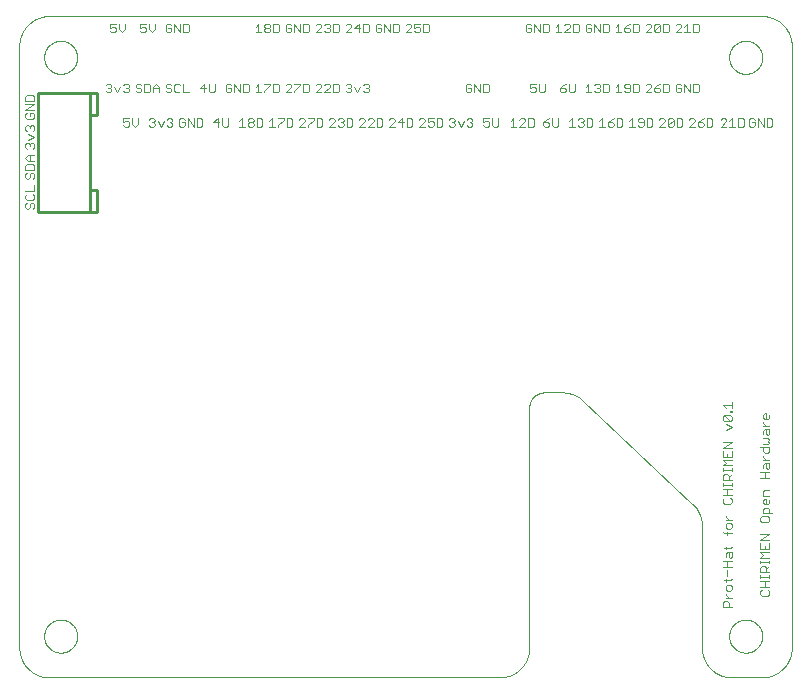
<source format=gto>
G75*
%MOIN*%
%OFA0B0*%
%FSLAX25Y25*%
%IPPOS*%
%LPD*%
%AMOC8*
5,1,8,0,0,1.08239X$1,22.5*
%
%ADD10C,0.00000*%
%ADD11C,0.00300*%
%ADD12C,0.00500*%
%ADD13C,0.01000*%
D10*
X0015000Y0022600D02*
X0165000Y0022600D01*
X0165242Y0022603D01*
X0165483Y0022612D01*
X0165724Y0022626D01*
X0165965Y0022647D01*
X0166205Y0022673D01*
X0166445Y0022705D01*
X0166684Y0022743D01*
X0166921Y0022786D01*
X0167158Y0022836D01*
X0167393Y0022891D01*
X0167627Y0022951D01*
X0167859Y0023018D01*
X0168090Y0023089D01*
X0168319Y0023167D01*
X0168546Y0023250D01*
X0168771Y0023338D01*
X0168994Y0023432D01*
X0169214Y0023531D01*
X0169432Y0023636D01*
X0169647Y0023745D01*
X0169860Y0023860D01*
X0170070Y0023980D01*
X0170276Y0024105D01*
X0170480Y0024235D01*
X0170681Y0024370D01*
X0170878Y0024510D01*
X0171072Y0024654D01*
X0171262Y0024803D01*
X0171448Y0024957D01*
X0171631Y0025115D01*
X0171810Y0025277D01*
X0171985Y0025444D01*
X0172156Y0025615D01*
X0172323Y0025790D01*
X0172485Y0025969D01*
X0172643Y0026152D01*
X0172797Y0026338D01*
X0172946Y0026528D01*
X0173090Y0026722D01*
X0173230Y0026919D01*
X0173365Y0027120D01*
X0173495Y0027324D01*
X0173620Y0027530D01*
X0173740Y0027740D01*
X0173855Y0027953D01*
X0173964Y0028168D01*
X0174069Y0028386D01*
X0174168Y0028606D01*
X0174262Y0028829D01*
X0174350Y0029054D01*
X0174433Y0029281D01*
X0174511Y0029510D01*
X0174582Y0029741D01*
X0174649Y0029973D01*
X0174709Y0030207D01*
X0174764Y0030442D01*
X0174814Y0030679D01*
X0174857Y0030916D01*
X0174895Y0031155D01*
X0174927Y0031395D01*
X0174953Y0031635D01*
X0174974Y0031876D01*
X0174988Y0032117D01*
X0174997Y0032358D01*
X0175000Y0032600D01*
X0175000Y0112600D01*
X0175002Y0112740D01*
X0175008Y0112880D01*
X0175018Y0113020D01*
X0175031Y0113160D01*
X0175049Y0113299D01*
X0175071Y0113438D01*
X0175096Y0113575D01*
X0175125Y0113713D01*
X0175158Y0113849D01*
X0175195Y0113984D01*
X0175236Y0114118D01*
X0175281Y0114251D01*
X0175329Y0114383D01*
X0175381Y0114513D01*
X0175436Y0114642D01*
X0175495Y0114769D01*
X0175558Y0114895D01*
X0175624Y0115019D01*
X0175693Y0115140D01*
X0175766Y0115260D01*
X0175843Y0115378D01*
X0175922Y0115493D01*
X0176005Y0115607D01*
X0176091Y0115717D01*
X0176180Y0115826D01*
X0176272Y0115932D01*
X0176367Y0116035D01*
X0176464Y0116136D01*
X0176565Y0116233D01*
X0176668Y0116328D01*
X0176774Y0116420D01*
X0176883Y0116509D01*
X0176993Y0116595D01*
X0177107Y0116678D01*
X0177222Y0116757D01*
X0177340Y0116834D01*
X0177460Y0116907D01*
X0177581Y0116976D01*
X0177705Y0117042D01*
X0177831Y0117105D01*
X0177958Y0117164D01*
X0178087Y0117219D01*
X0178217Y0117271D01*
X0178349Y0117319D01*
X0178482Y0117364D01*
X0178616Y0117405D01*
X0178751Y0117442D01*
X0178887Y0117475D01*
X0179025Y0117504D01*
X0179162Y0117529D01*
X0179301Y0117551D01*
X0179440Y0117569D01*
X0179580Y0117582D01*
X0179720Y0117592D01*
X0179860Y0117598D01*
X0180000Y0117600D01*
X0186034Y0117600D01*
X0192888Y0114882D02*
X0229354Y0080561D01*
X0232500Y0073279D02*
X0232500Y0032600D01*
X0232503Y0032358D01*
X0232512Y0032117D01*
X0232526Y0031876D01*
X0232547Y0031635D01*
X0232573Y0031395D01*
X0232605Y0031155D01*
X0232643Y0030916D01*
X0232686Y0030679D01*
X0232736Y0030442D01*
X0232791Y0030207D01*
X0232851Y0029973D01*
X0232918Y0029741D01*
X0232989Y0029510D01*
X0233067Y0029281D01*
X0233150Y0029054D01*
X0233238Y0028829D01*
X0233332Y0028606D01*
X0233431Y0028386D01*
X0233536Y0028168D01*
X0233645Y0027953D01*
X0233760Y0027740D01*
X0233880Y0027530D01*
X0234005Y0027324D01*
X0234135Y0027120D01*
X0234270Y0026919D01*
X0234410Y0026722D01*
X0234554Y0026528D01*
X0234703Y0026338D01*
X0234857Y0026152D01*
X0235015Y0025969D01*
X0235177Y0025790D01*
X0235344Y0025615D01*
X0235515Y0025444D01*
X0235690Y0025277D01*
X0235869Y0025115D01*
X0236052Y0024957D01*
X0236238Y0024803D01*
X0236428Y0024654D01*
X0236622Y0024510D01*
X0236819Y0024370D01*
X0237020Y0024235D01*
X0237224Y0024105D01*
X0237430Y0023980D01*
X0237640Y0023860D01*
X0237853Y0023745D01*
X0238068Y0023636D01*
X0238286Y0023531D01*
X0238506Y0023432D01*
X0238729Y0023338D01*
X0238954Y0023250D01*
X0239181Y0023167D01*
X0239410Y0023089D01*
X0239641Y0023018D01*
X0239873Y0022951D01*
X0240107Y0022891D01*
X0240342Y0022836D01*
X0240579Y0022786D01*
X0240816Y0022743D01*
X0241055Y0022705D01*
X0241295Y0022673D01*
X0241535Y0022647D01*
X0241776Y0022626D01*
X0242017Y0022612D01*
X0242258Y0022603D01*
X0242500Y0022600D01*
X0252421Y0022600D01*
X0252422Y0022600D02*
X0252664Y0022602D01*
X0252907Y0022610D01*
X0253149Y0022624D01*
X0253391Y0022643D01*
X0253632Y0022669D01*
X0253873Y0022700D01*
X0254112Y0022737D01*
X0254351Y0022780D01*
X0254589Y0022828D01*
X0254825Y0022882D01*
X0255060Y0022942D01*
X0255294Y0023008D01*
X0255526Y0023079D01*
X0255756Y0023156D01*
X0255984Y0023238D01*
X0256210Y0023326D01*
X0256434Y0023420D01*
X0256656Y0023518D01*
X0256875Y0023622D01*
X0257091Y0023732D01*
X0257305Y0023846D01*
X0257516Y0023966D01*
X0257724Y0024090D01*
X0257930Y0024220D01*
X0258131Y0024355D01*
X0258330Y0024494D01*
X0258525Y0024638D01*
X0258717Y0024787D01*
X0258904Y0024941D01*
X0259089Y0025099D01*
X0259269Y0025261D01*
X0259445Y0025428D01*
X0259617Y0025599D01*
X0259785Y0025774D01*
X0259949Y0025952D01*
X0260109Y0026135D01*
X0260263Y0026322D01*
X0260414Y0026512D01*
X0260560Y0026706D01*
X0260701Y0026904D01*
X0260837Y0027105D01*
X0260968Y0027309D01*
X0261094Y0027516D01*
X0261216Y0027726D01*
X0261332Y0027939D01*
X0261443Y0028155D01*
X0261548Y0028373D01*
X0261649Y0028594D01*
X0261744Y0028817D01*
X0261834Y0029042D01*
X0261918Y0029270D01*
X0261996Y0029499D01*
X0262069Y0029731D01*
X0262137Y0029964D01*
X0262199Y0030198D01*
X0262255Y0030434D01*
X0262305Y0030672D01*
X0262350Y0030910D01*
X0262389Y0031150D01*
X0262422Y0031390D01*
X0262449Y0031631D01*
X0262471Y0031873D01*
X0262486Y0032115D01*
X0262496Y0032357D01*
X0262500Y0032600D01*
X0262500Y0233100D01*
X0262496Y0233346D01*
X0262485Y0233592D01*
X0262469Y0233838D01*
X0262446Y0234083D01*
X0262418Y0234327D01*
X0262384Y0234571D01*
X0262343Y0234813D01*
X0262297Y0235055D01*
X0262245Y0235296D01*
X0262186Y0235535D01*
X0262123Y0235772D01*
X0262053Y0236008D01*
X0261977Y0236242D01*
X0261896Y0236475D01*
X0261809Y0236705D01*
X0261716Y0236933D01*
X0261618Y0237158D01*
X0261515Y0237382D01*
X0261405Y0237602D01*
X0261291Y0237820D01*
X0261171Y0238035D01*
X0261046Y0238247D01*
X0260916Y0238456D01*
X0260781Y0238661D01*
X0260640Y0238863D01*
X0260495Y0239062D01*
X0260345Y0239257D01*
X0260190Y0239448D01*
X0260031Y0239636D01*
X0259867Y0239819D01*
X0259699Y0239999D01*
X0259526Y0240174D01*
X0259349Y0240345D01*
X0259168Y0240511D01*
X0258982Y0240673D01*
X0258793Y0240831D01*
X0258600Y0240984D01*
X0258404Y0241132D01*
X0258204Y0241275D01*
X0258000Y0241413D01*
X0257793Y0241546D01*
X0257583Y0241674D01*
X0257369Y0241797D01*
X0257153Y0241914D01*
X0256934Y0242026D01*
X0256713Y0242133D01*
X0256488Y0242234D01*
X0256262Y0242330D01*
X0256033Y0242420D01*
X0255802Y0242505D01*
X0255568Y0242584D01*
X0255333Y0242657D01*
X0255097Y0242724D01*
X0254859Y0242785D01*
X0254619Y0242841D01*
X0254378Y0242891D01*
X0254136Y0242934D01*
X0253893Y0242972D01*
X0253649Y0243004D01*
X0253404Y0243030D01*
X0253159Y0243050D01*
X0252913Y0243063D01*
X0252667Y0243071D01*
X0252421Y0243073D01*
X0252421Y0243072D02*
X0015000Y0243072D01*
X0014758Y0243069D01*
X0014517Y0243060D01*
X0014276Y0243046D01*
X0014035Y0243025D01*
X0013795Y0242999D01*
X0013555Y0242967D01*
X0013316Y0242929D01*
X0013079Y0242886D01*
X0012842Y0242836D01*
X0012607Y0242781D01*
X0012373Y0242721D01*
X0012141Y0242654D01*
X0011910Y0242583D01*
X0011681Y0242505D01*
X0011454Y0242422D01*
X0011229Y0242334D01*
X0011006Y0242240D01*
X0010786Y0242141D01*
X0010568Y0242036D01*
X0010353Y0241927D01*
X0010140Y0241812D01*
X0009930Y0241692D01*
X0009724Y0241567D01*
X0009520Y0241437D01*
X0009319Y0241302D01*
X0009122Y0241162D01*
X0008928Y0241018D01*
X0008738Y0240869D01*
X0008552Y0240715D01*
X0008369Y0240557D01*
X0008190Y0240395D01*
X0008015Y0240228D01*
X0007844Y0240057D01*
X0007677Y0239882D01*
X0007515Y0239703D01*
X0007357Y0239520D01*
X0007203Y0239334D01*
X0007054Y0239144D01*
X0006910Y0238950D01*
X0006770Y0238753D01*
X0006635Y0238552D01*
X0006505Y0238348D01*
X0006380Y0238142D01*
X0006260Y0237932D01*
X0006145Y0237719D01*
X0006036Y0237504D01*
X0005931Y0237286D01*
X0005832Y0237066D01*
X0005738Y0236843D01*
X0005650Y0236618D01*
X0005567Y0236391D01*
X0005489Y0236162D01*
X0005418Y0235931D01*
X0005351Y0235699D01*
X0005291Y0235465D01*
X0005236Y0235230D01*
X0005186Y0234993D01*
X0005143Y0234756D01*
X0005105Y0234517D01*
X0005073Y0234277D01*
X0005047Y0234037D01*
X0005026Y0233796D01*
X0005012Y0233555D01*
X0005003Y0233314D01*
X0005000Y0233072D01*
X0005000Y0032600D01*
X0005003Y0032358D01*
X0005012Y0032117D01*
X0005026Y0031876D01*
X0005047Y0031635D01*
X0005073Y0031395D01*
X0005105Y0031155D01*
X0005143Y0030916D01*
X0005186Y0030679D01*
X0005236Y0030442D01*
X0005291Y0030207D01*
X0005351Y0029973D01*
X0005418Y0029741D01*
X0005489Y0029510D01*
X0005567Y0029281D01*
X0005650Y0029054D01*
X0005738Y0028829D01*
X0005832Y0028606D01*
X0005931Y0028386D01*
X0006036Y0028168D01*
X0006145Y0027953D01*
X0006260Y0027740D01*
X0006380Y0027530D01*
X0006505Y0027324D01*
X0006635Y0027120D01*
X0006770Y0026919D01*
X0006910Y0026722D01*
X0007054Y0026528D01*
X0007203Y0026338D01*
X0007357Y0026152D01*
X0007515Y0025969D01*
X0007677Y0025790D01*
X0007844Y0025615D01*
X0008015Y0025444D01*
X0008190Y0025277D01*
X0008369Y0025115D01*
X0008552Y0024957D01*
X0008738Y0024803D01*
X0008928Y0024654D01*
X0009122Y0024510D01*
X0009319Y0024370D01*
X0009520Y0024235D01*
X0009724Y0024105D01*
X0009930Y0023980D01*
X0010140Y0023860D01*
X0010353Y0023745D01*
X0010568Y0023636D01*
X0010786Y0023531D01*
X0011006Y0023432D01*
X0011229Y0023338D01*
X0011454Y0023250D01*
X0011681Y0023167D01*
X0011910Y0023089D01*
X0012141Y0023018D01*
X0012373Y0022951D01*
X0012607Y0022891D01*
X0012842Y0022836D01*
X0013079Y0022786D01*
X0013316Y0022743D01*
X0013555Y0022705D01*
X0013795Y0022673D01*
X0014035Y0022647D01*
X0014276Y0022626D01*
X0014517Y0022612D01*
X0014758Y0022603D01*
X0015000Y0022600D01*
X0013268Y0036380D02*
X0013270Y0036528D01*
X0013276Y0036676D01*
X0013286Y0036824D01*
X0013300Y0036971D01*
X0013318Y0037118D01*
X0013339Y0037264D01*
X0013365Y0037410D01*
X0013395Y0037555D01*
X0013428Y0037699D01*
X0013466Y0037842D01*
X0013507Y0037984D01*
X0013552Y0038125D01*
X0013600Y0038265D01*
X0013653Y0038404D01*
X0013709Y0038541D01*
X0013769Y0038676D01*
X0013832Y0038810D01*
X0013899Y0038942D01*
X0013970Y0039072D01*
X0014044Y0039200D01*
X0014121Y0039326D01*
X0014202Y0039450D01*
X0014286Y0039572D01*
X0014373Y0039691D01*
X0014464Y0039808D01*
X0014558Y0039923D01*
X0014654Y0040035D01*
X0014754Y0040145D01*
X0014856Y0040251D01*
X0014962Y0040355D01*
X0015070Y0040456D01*
X0015181Y0040554D01*
X0015294Y0040650D01*
X0015410Y0040742D01*
X0015528Y0040831D01*
X0015649Y0040916D01*
X0015772Y0040999D01*
X0015897Y0041078D01*
X0016024Y0041154D01*
X0016153Y0041226D01*
X0016284Y0041295D01*
X0016417Y0041360D01*
X0016552Y0041421D01*
X0016688Y0041479D01*
X0016825Y0041534D01*
X0016964Y0041584D01*
X0017105Y0041631D01*
X0017246Y0041674D01*
X0017389Y0041714D01*
X0017533Y0041749D01*
X0017677Y0041781D01*
X0017823Y0041808D01*
X0017969Y0041832D01*
X0018116Y0041852D01*
X0018263Y0041868D01*
X0018410Y0041880D01*
X0018558Y0041888D01*
X0018706Y0041892D01*
X0018854Y0041892D01*
X0019002Y0041888D01*
X0019150Y0041880D01*
X0019297Y0041868D01*
X0019444Y0041852D01*
X0019591Y0041832D01*
X0019737Y0041808D01*
X0019883Y0041781D01*
X0020027Y0041749D01*
X0020171Y0041714D01*
X0020314Y0041674D01*
X0020455Y0041631D01*
X0020596Y0041584D01*
X0020735Y0041534D01*
X0020872Y0041479D01*
X0021008Y0041421D01*
X0021143Y0041360D01*
X0021276Y0041295D01*
X0021407Y0041226D01*
X0021536Y0041154D01*
X0021663Y0041078D01*
X0021788Y0040999D01*
X0021911Y0040916D01*
X0022032Y0040831D01*
X0022150Y0040742D01*
X0022266Y0040650D01*
X0022379Y0040554D01*
X0022490Y0040456D01*
X0022598Y0040355D01*
X0022704Y0040251D01*
X0022806Y0040145D01*
X0022906Y0040035D01*
X0023002Y0039923D01*
X0023096Y0039808D01*
X0023187Y0039691D01*
X0023274Y0039572D01*
X0023358Y0039450D01*
X0023439Y0039326D01*
X0023516Y0039200D01*
X0023590Y0039072D01*
X0023661Y0038942D01*
X0023728Y0038810D01*
X0023791Y0038676D01*
X0023851Y0038541D01*
X0023907Y0038404D01*
X0023960Y0038265D01*
X0024008Y0038125D01*
X0024053Y0037984D01*
X0024094Y0037842D01*
X0024132Y0037699D01*
X0024165Y0037555D01*
X0024195Y0037410D01*
X0024221Y0037264D01*
X0024242Y0037118D01*
X0024260Y0036971D01*
X0024274Y0036824D01*
X0024284Y0036676D01*
X0024290Y0036528D01*
X0024292Y0036380D01*
X0024290Y0036232D01*
X0024284Y0036084D01*
X0024274Y0035936D01*
X0024260Y0035789D01*
X0024242Y0035642D01*
X0024221Y0035496D01*
X0024195Y0035350D01*
X0024165Y0035205D01*
X0024132Y0035061D01*
X0024094Y0034918D01*
X0024053Y0034776D01*
X0024008Y0034635D01*
X0023960Y0034495D01*
X0023907Y0034356D01*
X0023851Y0034219D01*
X0023791Y0034084D01*
X0023728Y0033950D01*
X0023661Y0033818D01*
X0023590Y0033688D01*
X0023516Y0033560D01*
X0023439Y0033434D01*
X0023358Y0033310D01*
X0023274Y0033188D01*
X0023187Y0033069D01*
X0023096Y0032952D01*
X0023002Y0032837D01*
X0022906Y0032725D01*
X0022806Y0032615D01*
X0022704Y0032509D01*
X0022598Y0032405D01*
X0022490Y0032304D01*
X0022379Y0032206D01*
X0022266Y0032110D01*
X0022150Y0032018D01*
X0022032Y0031929D01*
X0021911Y0031844D01*
X0021788Y0031761D01*
X0021663Y0031682D01*
X0021536Y0031606D01*
X0021407Y0031534D01*
X0021276Y0031465D01*
X0021143Y0031400D01*
X0021008Y0031339D01*
X0020872Y0031281D01*
X0020735Y0031226D01*
X0020596Y0031176D01*
X0020455Y0031129D01*
X0020314Y0031086D01*
X0020171Y0031046D01*
X0020027Y0031011D01*
X0019883Y0030979D01*
X0019737Y0030952D01*
X0019591Y0030928D01*
X0019444Y0030908D01*
X0019297Y0030892D01*
X0019150Y0030880D01*
X0019002Y0030872D01*
X0018854Y0030868D01*
X0018706Y0030868D01*
X0018558Y0030872D01*
X0018410Y0030880D01*
X0018263Y0030892D01*
X0018116Y0030908D01*
X0017969Y0030928D01*
X0017823Y0030952D01*
X0017677Y0030979D01*
X0017533Y0031011D01*
X0017389Y0031046D01*
X0017246Y0031086D01*
X0017105Y0031129D01*
X0016964Y0031176D01*
X0016825Y0031226D01*
X0016688Y0031281D01*
X0016552Y0031339D01*
X0016417Y0031400D01*
X0016284Y0031465D01*
X0016153Y0031534D01*
X0016024Y0031606D01*
X0015897Y0031682D01*
X0015772Y0031761D01*
X0015649Y0031844D01*
X0015528Y0031929D01*
X0015410Y0032018D01*
X0015294Y0032110D01*
X0015181Y0032206D01*
X0015070Y0032304D01*
X0014962Y0032405D01*
X0014856Y0032509D01*
X0014754Y0032615D01*
X0014654Y0032725D01*
X0014558Y0032837D01*
X0014464Y0032952D01*
X0014373Y0033069D01*
X0014286Y0033188D01*
X0014202Y0033310D01*
X0014121Y0033434D01*
X0014044Y0033560D01*
X0013970Y0033688D01*
X0013899Y0033818D01*
X0013832Y0033950D01*
X0013769Y0034084D01*
X0013709Y0034219D01*
X0013653Y0034356D01*
X0013600Y0034495D01*
X0013552Y0034635D01*
X0013507Y0034776D01*
X0013466Y0034918D01*
X0013428Y0035061D01*
X0013395Y0035205D01*
X0013365Y0035350D01*
X0013339Y0035496D01*
X0013318Y0035642D01*
X0013300Y0035789D01*
X0013286Y0035936D01*
X0013276Y0036084D01*
X0013270Y0036232D01*
X0013268Y0036380D01*
X0186034Y0117600D02*
X0186278Y0117597D01*
X0186521Y0117588D01*
X0186764Y0117573D01*
X0187007Y0117553D01*
X0187249Y0117526D01*
X0187490Y0117493D01*
X0187731Y0117455D01*
X0187970Y0117411D01*
X0188209Y0117361D01*
X0188446Y0117305D01*
X0188681Y0117243D01*
X0188916Y0117176D01*
X0189148Y0117103D01*
X0189378Y0117024D01*
X0189607Y0116940D01*
X0189833Y0116850D01*
X0190058Y0116755D01*
X0190279Y0116654D01*
X0190499Y0116548D01*
X0190715Y0116437D01*
X0190929Y0116320D01*
X0191140Y0116198D01*
X0191348Y0116071D01*
X0191553Y0115939D01*
X0191754Y0115802D01*
X0191952Y0115661D01*
X0192147Y0115514D01*
X0192338Y0115363D01*
X0192525Y0115207D01*
X0192708Y0115047D01*
X0192888Y0114882D01*
X0229354Y0080561D02*
X0229526Y0080395D01*
X0229695Y0080224D01*
X0229860Y0080049D01*
X0230020Y0079871D01*
X0230176Y0079689D01*
X0230327Y0079503D01*
X0230474Y0079313D01*
X0230617Y0079120D01*
X0230755Y0078924D01*
X0230888Y0078724D01*
X0231016Y0078521D01*
X0231139Y0078315D01*
X0231257Y0078107D01*
X0231371Y0077895D01*
X0231479Y0077681D01*
X0231582Y0077464D01*
X0231680Y0077245D01*
X0231772Y0077024D01*
X0231859Y0076800D01*
X0231941Y0076575D01*
X0232018Y0076348D01*
X0232088Y0076118D01*
X0232154Y0075887D01*
X0232214Y0075655D01*
X0232268Y0075421D01*
X0232316Y0075187D01*
X0232359Y0074950D01*
X0232397Y0074713D01*
X0232428Y0074476D01*
X0232454Y0074237D01*
X0232474Y0073998D01*
X0232488Y0073759D01*
X0232497Y0073519D01*
X0232500Y0073279D01*
X0241614Y0036380D02*
X0241616Y0036528D01*
X0241622Y0036676D01*
X0241632Y0036824D01*
X0241646Y0036971D01*
X0241664Y0037118D01*
X0241685Y0037264D01*
X0241711Y0037410D01*
X0241741Y0037555D01*
X0241774Y0037699D01*
X0241812Y0037842D01*
X0241853Y0037984D01*
X0241898Y0038125D01*
X0241946Y0038265D01*
X0241999Y0038404D01*
X0242055Y0038541D01*
X0242115Y0038676D01*
X0242178Y0038810D01*
X0242245Y0038942D01*
X0242316Y0039072D01*
X0242390Y0039200D01*
X0242467Y0039326D01*
X0242548Y0039450D01*
X0242632Y0039572D01*
X0242719Y0039691D01*
X0242810Y0039808D01*
X0242904Y0039923D01*
X0243000Y0040035D01*
X0243100Y0040145D01*
X0243202Y0040251D01*
X0243308Y0040355D01*
X0243416Y0040456D01*
X0243527Y0040554D01*
X0243640Y0040650D01*
X0243756Y0040742D01*
X0243874Y0040831D01*
X0243995Y0040916D01*
X0244118Y0040999D01*
X0244243Y0041078D01*
X0244370Y0041154D01*
X0244499Y0041226D01*
X0244630Y0041295D01*
X0244763Y0041360D01*
X0244898Y0041421D01*
X0245034Y0041479D01*
X0245171Y0041534D01*
X0245310Y0041584D01*
X0245451Y0041631D01*
X0245592Y0041674D01*
X0245735Y0041714D01*
X0245879Y0041749D01*
X0246023Y0041781D01*
X0246169Y0041808D01*
X0246315Y0041832D01*
X0246462Y0041852D01*
X0246609Y0041868D01*
X0246756Y0041880D01*
X0246904Y0041888D01*
X0247052Y0041892D01*
X0247200Y0041892D01*
X0247348Y0041888D01*
X0247496Y0041880D01*
X0247643Y0041868D01*
X0247790Y0041852D01*
X0247937Y0041832D01*
X0248083Y0041808D01*
X0248229Y0041781D01*
X0248373Y0041749D01*
X0248517Y0041714D01*
X0248660Y0041674D01*
X0248801Y0041631D01*
X0248942Y0041584D01*
X0249081Y0041534D01*
X0249218Y0041479D01*
X0249354Y0041421D01*
X0249489Y0041360D01*
X0249622Y0041295D01*
X0249753Y0041226D01*
X0249882Y0041154D01*
X0250009Y0041078D01*
X0250134Y0040999D01*
X0250257Y0040916D01*
X0250378Y0040831D01*
X0250496Y0040742D01*
X0250612Y0040650D01*
X0250725Y0040554D01*
X0250836Y0040456D01*
X0250944Y0040355D01*
X0251050Y0040251D01*
X0251152Y0040145D01*
X0251252Y0040035D01*
X0251348Y0039923D01*
X0251442Y0039808D01*
X0251533Y0039691D01*
X0251620Y0039572D01*
X0251704Y0039450D01*
X0251785Y0039326D01*
X0251862Y0039200D01*
X0251936Y0039072D01*
X0252007Y0038942D01*
X0252074Y0038810D01*
X0252137Y0038676D01*
X0252197Y0038541D01*
X0252253Y0038404D01*
X0252306Y0038265D01*
X0252354Y0038125D01*
X0252399Y0037984D01*
X0252440Y0037842D01*
X0252478Y0037699D01*
X0252511Y0037555D01*
X0252541Y0037410D01*
X0252567Y0037264D01*
X0252588Y0037118D01*
X0252606Y0036971D01*
X0252620Y0036824D01*
X0252630Y0036676D01*
X0252636Y0036528D01*
X0252638Y0036380D01*
X0252636Y0036232D01*
X0252630Y0036084D01*
X0252620Y0035936D01*
X0252606Y0035789D01*
X0252588Y0035642D01*
X0252567Y0035496D01*
X0252541Y0035350D01*
X0252511Y0035205D01*
X0252478Y0035061D01*
X0252440Y0034918D01*
X0252399Y0034776D01*
X0252354Y0034635D01*
X0252306Y0034495D01*
X0252253Y0034356D01*
X0252197Y0034219D01*
X0252137Y0034084D01*
X0252074Y0033950D01*
X0252007Y0033818D01*
X0251936Y0033688D01*
X0251862Y0033560D01*
X0251785Y0033434D01*
X0251704Y0033310D01*
X0251620Y0033188D01*
X0251533Y0033069D01*
X0251442Y0032952D01*
X0251348Y0032837D01*
X0251252Y0032725D01*
X0251152Y0032615D01*
X0251050Y0032509D01*
X0250944Y0032405D01*
X0250836Y0032304D01*
X0250725Y0032206D01*
X0250612Y0032110D01*
X0250496Y0032018D01*
X0250378Y0031929D01*
X0250257Y0031844D01*
X0250134Y0031761D01*
X0250009Y0031682D01*
X0249882Y0031606D01*
X0249753Y0031534D01*
X0249622Y0031465D01*
X0249489Y0031400D01*
X0249354Y0031339D01*
X0249218Y0031281D01*
X0249081Y0031226D01*
X0248942Y0031176D01*
X0248801Y0031129D01*
X0248660Y0031086D01*
X0248517Y0031046D01*
X0248373Y0031011D01*
X0248229Y0030979D01*
X0248083Y0030952D01*
X0247937Y0030928D01*
X0247790Y0030908D01*
X0247643Y0030892D01*
X0247496Y0030880D01*
X0247348Y0030872D01*
X0247200Y0030868D01*
X0247052Y0030868D01*
X0246904Y0030872D01*
X0246756Y0030880D01*
X0246609Y0030892D01*
X0246462Y0030908D01*
X0246315Y0030928D01*
X0246169Y0030952D01*
X0246023Y0030979D01*
X0245879Y0031011D01*
X0245735Y0031046D01*
X0245592Y0031086D01*
X0245451Y0031129D01*
X0245310Y0031176D01*
X0245171Y0031226D01*
X0245034Y0031281D01*
X0244898Y0031339D01*
X0244763Y0031400D01*
X0244630Y0031465D01*
X0244499Y0031534D01*
X0244370Y0031606D01*
X0244243Y0031682D01*
X0244118Y0031761D01*
X0243995Y0031844D01*
X0243874Y0031929D01*
X0243756Y0032018D01*
X0243640Y0032110D01*
X0243527Y0032206D01*
X0243416Y0032304D01*
X0243308Y0032405D01*
X0243202Y0032509D01*
X0243100Y0032615D01*
X0243000Y0032725D01*
X0242904Y0032837D01*
X0242810Y0032952D01*
X0242719Y0033069D01*
X0242632Y0033188D01*
X0242548Y0033310D01*
X0242467Y0033434D01*
X0242390Y0033560D01*
X0242316Y0033688D01*
X0242245Y0033818D01*
X0242178Y0033950D01*
X0242115Y0034084D01*
X0242055Y0034219D01*
X0241999Y0034356D01*
X0241946Y0034495D01*
X0241898Y0034635D01*
X0241853Y0034776D01*
X0241812Y0034918D01*
X0241774Y0035061D01*
X0241741Y0035205D01*
X0241711Y0035350D01*
X0241685Y0035496D01*
X0241664Y0035642D01*
X0241646Y0035789D01*
X0241632Y0035936D01*
X0241622Y0036084D01*
X0241616Y0036232D01*
X0241614Y0036380D01*
X0241614Y0229293D02*
X0241616Y0229441D01*
X0241622Y0229589D01*
X0241632Y0229737D01*
X0241646Y0229884D01*
X0241664Y0230031D01*
X0241685Y0230177D01*
X0241711Y0230323D01*
X0241741Y0230468D01*
X0241774Y0230612D01*
X0241812Y0230755D01*
X0241853Y0230897D01*
X0241898Y0231038D01*
X0241946Y0231178D01*
X0241999Y0231317D01*
X0242055Y0231454D01*
X0242115Y0231589D01*
X0242178Y0231723D01*
X0242245Y0231855D01*
X0242316Y0231985D01*
X0242390Y0232113D01*
X0242467Y0232239D01*
X0242548Y0232363D01*
X0242632Y0232485D01*
X0242719Y0232604D01*
X0242810Y0232721D01*
X0242904Y0232836D01*
X0243000Y0232948D01*
X0243100Y0233058D01*
X0243202Y0233164D01*
X0243308Y0233268D01*
X0243416Y0233369D01*
X0243527Y0233467D01*
X0243640Y0233563D01*
X0243756Y0233655D01*
X0243874Y0233744D01*
X0243995Y0233829D01*
X0244118Y0233912D01*
X0244243Y0233991D01*
X0244370Y0234067D01*
X0244499Y0234139D01*
X0244630Y0234208D01*
X0244763Y0234273D01*
X0244898Y0234334D01*
X0245034Y0234392D01*
X0245171Y0234447D01*
X0245310Y0234497D01*
X0245451Y0234544D01*
X0245592Y0234587D01*
X0245735Y0234627D01*
X0245879Y0234662D01*
X0246023Y0234694D01*
X0246169Y0234721D01*
X0246315Y0234745D01*
X0246462Y0234765D01*
X0246609Y0234781D01*
X0246756Y0234793D01*
X0246904Y0234801D01*
X0247052Y0234805D01*
X0247200Y0234805D01*
X0247348Y0234801D01*
X0247496Y0234793D01*
X0247643Y0234781D01*
X0247790Y0234765D01*
X0247937Y0234745D01*
X0248083Y0234721D01*
X0248229Y0234694D01*
X0248373Y0234662D01*
X0248517Y0234627D01*
X0248660Y0234587D01*
X0248801Y0234544D01*
X0248942Y0234497D01*
X0249081Y0234447D01*
X0249218Y0234392D01*
X0249354Y0234334D01*
X0249489Y0234273D01*
X0249622Y0234208D01*
X0249753Y0234139D01*
X0249882Y0234067D01*
X0250009Y0233991D01*
X0250134Y0233912D01*
X0250257Y0233829D01*
X0250378Y0233744D01*
X0250496Y0233655D01*
X0250612Y0233563D01*
X0250725Y0233467D01*
X0250836Y0233369D01*
X0250944Y0233268D01*
X0251050Y0233164D01*
X0251152Y0233058D01*
X0251252Y0232948D01*
X0251348Y0232836D01*
X0251442Y0232721D01*
X0251533Y0232604D01*
X0251620Y0232485D01*
X0251704Y0232363D01*
X0251785Y0232239D01*
X0251862Y0232113D01*
X0251936Y0231985D01*
X0252007Y0231855D01*
X0252074Y0231723D01*
X0252137Y0231589D01*
X0252197Y0231454D01*
X0252253Y0231317D01*
X0252306Y0231178D01*
X0252354Y0231038D01*
X0252399Y0230897D01*
X0252440Y0230755D01*
X0252478Y0230612D01*
X0252511Y0230468D01*
X0252541Y0230323D01*
X0252567Y0230177D01*
X0252588Y0230031D01*
X0252606Y0229884D01*
X0252620Y0229737D01*
X0252630Y0229589D01*
X0252636Y0229441D01*
X0252638Y0229293D01*
X0252636Y0229145D01*
X0252630Y0228997D01*
X0252620Y0228849D01*
X0252606Y0228702D01*
X0252588Y0228555D01*
X0252567Y0228409D01*
X0252541Y0228263D01*
X0252511Y0228118D01*
X0252478Y0227974D01*
X0252440Y0227831D01*
X0252399Y0227689D01*
X0252354Y0227548D01*
X0252306Y0227408D01*
X0252253Y0227269D01*
X0252197Y0227132D01*
X0252137Y0226997D01*
X0252074Y0226863D01*
X0252007Y0226731D01*
X0251936Y0226601D01*
X0251862Y0226473D01*
X0251785Y0226347D01*
X0251704Y0226223D01*
X0251620Y0226101D01*
X0251533Y0225982D01*
X0251442Y0225865D01*
X0251348Y0225750D01*
X0251252Y0225638D01*
X0251152Y0225528D01*
X0251050Y0225422D01*
X0250944Y0225318D01*
X0250836Y0225217D01*
X0250725Y0225119D01*
X0250612Y0225023D01*
X0250496Y0224931D01*
X0250378Y0224842D01*
X0250257Y0224757D01*
X0250134Y0224674D01*
X0250009Y0224595D01*
X0249882Y0224519D01*
X0249753Y0224447D01*
X0249622Y0224378D01*
X0249489Y0224313D01*
X0249354Y0224252D01*
X0249218Y0224194D01*
X0249081Y0224139D01*
X0248942Y0224089D01*
X0248801Y0224042D01*
X0248660Y0223999D01*
X0248517Y0223959D01*
X0248373Y0223924D01*
X0248229Y0223892D01*
X0248083Y0223865D01*
X0247937Y0223841D01*
X0247790Y0223821D01*
X0247643Y0223805D01*
X0247496Y0223793D01*
X0247348Y0223785D01*
X0247200Y0223781D01*
X0247052Y0223781D01*
X0246904Y0223785D01*
X0246756Y0223793D01*
X0246609Y0223805D01*
X0246462Y0223821D01*
X0246315Y0223841D01*
X0246169Y0223865D01*
X0246023Y0223892D01*
X0245879Y0223924D01*
X0245735Y0223959D01*
X0245592Y0223999D01*
X0245451Y0224042D01*
X0245310Y0224089D01*
X0245171Y0224139D01*
X0245034Y0224194D01*
X0244898Y0224252D01*
X0244763Y0224313D01*
X0244630Y0224378D01*
X0244499Y0224447D01*
X0244370Y0224519D01*
X0244243Y0224595D01*
X0244118Y0224674D01*
X0243995Y0224757D01*
X0243874Y0224842D01*
X0243756Y0224931D01*
X0243640Y0225023D01*
X0243527Y0225119D01*
X0243416Y0225217D01*
X0243308Y0225318D01*
X0243202Y0225422D01*
X0243100Y0225528D01*
X0243000Y0225638D01*
X0242904Y0225750D01*
X0242810Y0225865D01*
X0242719Y0225982D01*
X0242632Y0226101D01*
X0242548Y0226223D01*
X0242467Y0226347D01*
X0242390Y0226473D01*
X0242316Y0226601D01*
X0242245Y0226731D01*
X0242178Y0226863D01*
X0242115Y0226997D01*
X0242055Y0227132D01*
X0241999Y0227269D01*
X0241946Y0227408D01*
X0241898Y0227548D01*
X0241853Y0227689D01*
X0241812Y0227831D01*
X0241774Y0227974D01*
X0241741Y0228118D01*
X0241711Y0228263D01*
X0241685Y0228409D01*
X0241664Y0228555D01*
X0241646Y0228702D01*
X0241632Y0228849D01*
X0241622Y0228997D01*
X0241616Y0229145D01*
X0241614Y0229293D01*
X0013268Y0229293D02*
X0013270Y0229441D01*
X0013276Y0229589D01*
X0013286Y0229737D01*
X0013300Y0229884D01*
X0013318Y0230031D01*
X0013339Y0230177D01*
X0013365Y0230323D01*
X0013395Y0230468D01*
X0013428Y0230612D01*
X0013466Y0230755D01*
X0013507Y0230897D01*
X0013552Y0231038D01*
X0013600Y0231178D01*
X0013653Y0231317D01*
X0013709Y0231454D01*
X0013769Y0231589D01*
X0013832Y0231723D01*
X0013899Y0231855D01*
X0013970Y0231985D01*
X0014044Y0232113D01*
X0014121Y0232239D01*
X0014202Y0232363D01*
X0014286Y0232485D01*
X0014373Y0232604D01*
X0014464Y0232721D01*
X0014558Y0232836D01*
X0014654Y0232948D01*
X0014754Y0233058D01*
X0014856Y0233164D01*
X0014962Y0233268D01*
X0015070Y0233369D01*
X0015181Y0233467D01*
X0015294Y0233563D01*
X0015410Y0233655D01*
X0015528Y0233744D01*
X0015649Y0233829D01*
X0015772Y0233912D01*
X0015897Y0233991D01*
X0016024Y0234067D01*
X0016153Y0234139D01*
X0016284Y0234208D01*
X0016417Y0234273D01*
X0016552Y0234334D01*
X0016688Y0234392D01*
X0016825Y0234447D01*
X0016964Y0234497D01*
X0017105Y0234544D01*
X0017246Y0234587D01*
X0017389Y0234627D01*
X0017533Y0234662D01*
X0017677Y0234694D01*
X0017823Y0234721D01*
X0017969Y0234745D01*
X0018116Y0234765D01*
X0018263Y0234781D01*
X0018410Y0234793D01*
X0018558Y0234801D01*
X0018706Y0234805D01*
X0018854Y0234805D01*
X0019002Y0234801D01*
X0019150Y0234793D01*
X0019297Y0234781D01*
X0019444Y0234765D01*
X0019591Y0234745D01*
X0019737Y0234721D01*
X0019883Y0234694D01*
X0020027Y0234662D01*
X0020171Y0234627D01*
X0020314Y0234587D01*
X0020455Y0234544D01*
X0020596Y0234497D01*
X0020735Y0234447D01*
X0020872Y0234392D01*
X0021008Y0234334D01*
X0021143Y0234273D01*
X0021276Y0234208D01*
X0021407Y0234139D01*
X0021536Y0234067D01*
X0021663Y0233991D01*
X0021788Y0233912D01*
X0021911Y0233829D01*
X0022032Y0233744D01*
X0022150Y0233655D01*
X0022266Y0233563D01*
X0022379Y0233467D01*
X0022490Y0233369D01*
X0022598Y0233268D01*
X0022704Y0233164D01*
X0022806Y0233058D01*
X0022906Y0232948D01*
X0023002Y0232836D01*
X0023096Y0232721D01*
X0023187Y0232604D01*
X0023274Y0232485D01*
X0023358Y0232363D01*
X0023439Y0232239D01*
X0023516Y0232113D01*
X0023590Y0231985D01*
X0023661Y0231855D01*
X0023728Y0231723D01*
X0023791Y0231589D01*
X0023851Y0231454D01*
X0023907Y0231317D01*
X0023960Y0231178D01*
X0024008Y0231038D01*
X0024053Y0230897D01*
X0024094Y0230755D01*
X0024132Y0230612D01*
X0024165Y0230468D01*
X0024195Y0230323D01*
X0024221Y0230177D01*
X0024242Y0230031D01*
X0024260Y0229884D01*
X0024274Y0229737D01*
X0024284Y0229589D01*
X0024290Y0229441D01*
X0024292Y0229293D01*
X0024290Y0229145D01*
X0024284Y0228997D01*
X0024274Y0228849D01*
X0024260Y0228702D01*
X0024242Y0228555D01*
X0024221Y0228409D01*
X0024195Y0228263D01*
X0024165Y0228118D01*
X0024132Y0227974D01*
X0024094Y0227831D01*
X0024053Y0227689D01*
X0024008Y0227548D01*
X0023960Y0227408D01*
X0023907Y0227269D01*
X0023851Y0227132D01*
X0023791Y0226997D01*
X0023728Y0226863D01*
X0023661Y0226731D01*
X0023590Y0226601D01*
X0023516Y0226473D01*
X0023439Y0226347D01*
X0023358Y0226223D01*
X0023274Y0226101D01*
X0023187Y0225982D01*
X0023096Y0225865D01*
X0023002Y0225750D01*
X0022906Y0225638D01*
X0022806Y0225528D01*
X0022704Y0225422D01*
X0022598Y0225318D01*
X0022490Y0225217D01*
X0022379Y0225119D01*
X0022266Y0225023D01*
X0022150Y0224931D01*
X0022032Y0224842D01*
X0021911Y0224757D01*
X0021788Y0224674D01*
X0021663Y0224595D01*
X0021536Y0224519D01*
X0021407Y0224447D01*
X0021276Y0224378D01*
X0021143Y0224313D01*
X0021008Y0224252D01*
X0020872Y0224194D01*
X0020735Y0224139D01*
X0020596Y0224089D01*
X0020455Y0224042D01*
X0020314Y0223999D01*
X0020171Y0223959D01*
X0020027Y0223924D01*
X0019883Y0223892D01*
X0019737Y0223865D01*
X0019591Y0223841D01*
X0019444Y0223821D01*
X0019297Y0223805D01*
X0019150Y0223793D01*
X0019002Y0223785D01*
X0018854Y0223781D01*
X0018706Y0223781D01*
X0018558Y0223785D01*
X0018410Y0223793D01*
X0018263Y0223805D01*
X0018116Y0223821D01*
X0017969Y0223841D01*
X0017823Y0223865D01*
X0017677Y0223892D01*
X0017533Y0223924D01*
X0017389Y0223959D01*
X0017246Y0223999D01*
X0017105Y0224042D01*
X0016964Y0224089D01*
X0016825Y0224139D01*
X0016688Y0224194D01*
X0016552Y0224252D01*
X0016417Y0224313D01*
X0016284Y0224378D01*
X0016153Y0224447D01*
X0016024Y0224519D01*
X0015897Y0224595D01*
X0015772Y0224674D01*
X0015649Y0224757D01*
X0015528Y0224842D01*
X0015410Y0224931D01*
X0015294Y0225023D01*
X0015181Y0225119D01*
X0015070Y0225217D01*
X0014962Y0225318D01*
X0014856Y0225422D01*
X0014754Y0225528D01*
X0014654Y0225638D01*
X0014558Y0225750D01*
X0014464Y0225865D01*
X0014373Y0225982D01*
X0014286Y0226101D01*
X0014202Y0226223D01*
X0014121Y0226347D01*
X0014044Y0226473D01*
X0013970Y0226601D01*
X0013899Y0226731D01*
X0013832Y0226863D01*
X0013769Y0226997D01*
X0013709Y0227132D01*
X0013653Y0227269D01*
X0013600Y0227408D01*
X0013552Y0227548D01*
X0013507Y0227689D01*
X0013466Y0227831D01*
X0013428Y0227974D01*
X0013395Y0228118D01*
X0013365Y0228263D01*
X0013339Y0228409D01*
X0013318Y0228555D01*
X0013300Y0228702D01*
X0013286Y0228849D01*
X0013276Y0228997D01*
X0013270Y0229145D01*
X0013268Y0229293D01*
D11*
X0009466Y0216658D02*
X0007531Y0216658D01*
X0007048Y0216174D01*
X0007048Y0214723D01*
X0009950Y0214723D01*
X0009950Y0216174D01*
X0009466Y0216658D01*
X0009950Y0213712D02*
X0007048Y0213712D01*
X0007048Y0211777D02*
X0009950Y0213712D01*
X0009950Y0211777D02*
X0007048Y0211777D01*
X0007531Y0210765D02*
X0007048Y0210281D01*
X0007048Y0209314D01*
X0007531Y0208830D01*
X0009466Y0208830D01*
X0009950Y0209314D01*
X0009950Y0210281D01*
X0009466Y0210765D01*
X0008499Y0210765D01*
X0008499Y0209798D01*
X0008983Y0206658D02*
X0009466Y0206658D01*
X0009950Y0206174D01*
X0009950Y0205207D01*
X0009466Y0204723D01*
X0008499Y0205691D02*
X0008499Y0206174D01*
X0008983Y0206658D01*
X0008499Y0206174D02*
X0008015Y0206658D01*
X0007531Y0206658D01*
X0007048Y0206174D01*
X0007048Y0205207D01*
X0007531Y0204723D01*
X0008015Y0203712D02*
X0009950Y0202744D01*
X0008015Y0201777D01*
X0008015Y0200765D02*
X0008499Y0200281D01*
X0008983Y0200765D01*
X0009466Y0200765D01*
X0009950Y0200281D01*
X0009950Y0199314D01*
X0009466Y0198830D01*
X0008499Y0199798D02*
X0008499Y0200281D01*
X0008015Y0200765D02*
X0007531Y0200765D01*
X0007048Y0200281D01*
X0007048Y0199314D01*
X0007531Y0198830D01*
X0008015Y0196658D02*
X0009950Y0196658D01*
X0008499Y0196658D02*
X0008499Y0194723D01*
X0008015Y0194723D02*
X0007048Y0195691D01*
X0008015Y0196658D01*
X0008015Y0194723D02*
X0009950Y0194723D01*
X0009466Y0193712D02*
X0007531Y0193712D01*
X0007048Y0193228D01*
X0007048Y0191777D01*
X0009950Y0191777D01*
X0009950Y0193228D01*
X0009466Y0193712D01*
X0009466Y0190765D02*
X0009950Y0190281D01*
X0009950Y0189314D01*
X0009466Y0188830D01*
X0008499Y0189314D02*
X0008499Y0190281D01*
X0008983Y0190765D01*
X0009466Y0190765D01*
X0008499Y0189314D02*
X0008015Y0188830D01*
X0007531Y0188830D01*
X0007048Y0189314D01*
X0007048Y0190281D01*
X0007531Y0190765D01*
X0009950Y0186658D02*
X0009950Y0184723D01*
X0007048Y0184723D01*
X0007531Y0183712D02*
X0007048Y0183228D01*
X0007048Y0182260D01*
X0007531Y0181777D01*
X0009466Y0181777D01*
X0009950Y0182260D01*
X0009950Y0183228D01*
X0009466Y0183712D01*
X0009466Y0180765D02*
X0009950Y0180281D01*
X0009950Y0179314D01*
X0009466Y0178830D01*
X0008499Y0179314D02*
X0008499Y0180281D01*
X0008983Y0180765D01*
X0009466Y0180765D01*
X0008499Y0179314D02*
X0008015Y0178830D01*
X0007531Y0178830D01*
X0007048Y0179314D01*
X0007048Y0180281D01*
X0007531Y0180765D01*
X0039703Y0206634D02*
X0040187Y0206150D01*
X0041155Y0206150D01*
X0041638Y0206634D01*
X0041638Y0207601D01*
X0041155Y0208085D01*
X0040671Y0208085D01*
X0039703Y0207601D01*
X0039703Y0209052D01*
X0041638Y0209052D01*
X0042650Y0209052D02*
X0042650Y0207117D01*
X0043617Y0206150D01*
X0044585Y0207117D01*
X0044585Y0209052D01*
X0048230Y0208569D02*
X0048714Y0209052D01*
X0049681Y0209052D01*
X0050165Y0208569D01*
X0050165Y0208085D01*
X0049681Y0207601D01*
X0050165Y0207117D01*
X0050165Y0206634D01*
X0049681Y0206150D01*
X0048714Y0206150D01*
X0048230Y0206634D01*
X0049198Y0207601D02*
X0049681Y0207601D01*
X0051177Y0208085D02*
X0052144Y0206150D01*
X0053112Y0208085D01*
X0054123Y0208569D02*
X0054607Y0209052D01*
X0055574Y0209052D01*
X0056058Y0208569D01*
X0056058Y0208085D01*
X0055574Y0207601D01*
X0056058Y0207117D01*
X0056058Y0206634D01*
X0055574Y0206150D01*
X0054607Y0206150D01*
X0054123Y0206634D01*
X0055091Y0207601D02*
X0055574Y0207601D01*
X0058230Y0206634D02*
X0058714Y0206150D01*
X0059681Y0206150D01*
X0060165Y0206634D01*
X0060165Y0207601D01*
X0059198Y0207601D01*
X0060165Y0208569D02*
X0059681Y0209052D01*
X0058714Y0209052D01*
X0058230Y0208569D01*
X0058230Y0206634D01*
X0061177Y0206150D02*
X0061177Y0209052D01*
X0063112Y0206150D01*
X0063112Y0209052D01*
X0064123Y0209052D02*
X0065574Y0209052D01*
X0066058Y0208569D01*
X0066058Y0206634D01*
X0065574Y0206150D01*
X0064123Y0206150D01*
X0064123Y0209052D01*
X0069703Y0207601D02*
X0071638Y0207601D01*
X0072650Y0206634D02*
X0072650Y0209052D01*
X0071155Y0209052D02*
X0069703Y0207601D01*
X0071155Y0206150D02*
X0071155Y0209052D01*
X0072650Y0206634D02*
X0073134Y0206150D01*
X0074101Y0206150D01*
X0074585Y0206634D01*
X0074585Y0209052D01*
X0078230Y0208085D02*
X0079198Y0209052D01*
X0079198Y0206150D01*
X0080165Y0206150D02*
X0078230Y0206150D01*
X0081177Y0206634D02*
X0081177Y0207117D01*
X0081660Y0207601D01*
X0082628Y0207601D01*
X0083112Y0207117D01*
X0083112Y0206634D01*
X0082628Y0206150D01*
X0081660Y0206150D01*
X0081177Y0206634D01*
X0081660Y0207601D02*
X0081177Y0208085D01*
X0081177Y0208569D01*
X0081660Y0209052D01*
X0082628Y0209052D01*
X0083112Y0208569D01*
X0083112Y0208085D01*
X0082628Y0207601D01*
X0084123Y0206150D02*
X0085574Y0206150D01*
X0086058Y0206634D01*
X0086058Y0208569D01*
X0085574Y0209052D01*
X0084123Y0209052D01*
X0084123Y0206150D01*
X0088230Y0206150D02*
X0090165Y0206150D01*
X0089198Y0206150D02*
X0089198Y0209052D01*
X0088230Y0208085D01*
X0091177Y0209052D02*
X0093112Y0209052D01*
X0093112Y0208569D01*
X0091177Y0206634D01*
X0091177Y0206150D01*
X0094123Y0206150D02*
X0095574Y0206150D01*
X0096058Y0206634D01*
X0096058Y0208569D01*
X0095574Y0209052D01*
X0094123Y0209052D01*
X0094123Y0206150D01*
X0098230Y0206150D02*
X0100165Y0208085D01*
X0100165Y0208569D01*
X0099681Y0209052D01*
X0098714Y0209052D01*
X0098230Y0208569D01*
X0098230Y0206150D02*
X0100165Y0206150D01*
X0101177Y0206150D02*
X0101177Y0206634D01*
X0103112Y0208569D01*
X0103112Y0209052D01*
X0101177Y0209052D01*
X0104123Y0209052D02*
X0105574Y0209052D01*
X0106058Y0208569D01*
X0106058Y0206634D01*
X0105574Y0206150D01*
X0104123Y0206150D01*
X0104123Y0209052D01*
X0108230Y0208569D02*
X0108714Y0209052D01*
X0109681Y0209052D01*
X0110165Y0208569D01*
X0110165Y0208085D01*
X0108230Y0206150D01*
X0110165Y0206150D01*
X0111177Y0206634D02*
X0111660Y0206150D01*
X0112628Y0206150D01*
X0113112Y0206634D01*
X0113112Y0207117D01*
X0112628Y0207601D01*
X0112144Y0207601D01*
X0112628Y0207601D02*
X0113112Y0208085D01*
X0113112Y0208569D01*
X0112628Y0209052D01*
X0111660Y0209052D01*
X0111177Y0208569D01*
X0114123Y0209052D02*
X0114123Y0206150D01*
X0115574Y0206150D01*
X0116058Y0206634D01*
X0116058Y0208569D01*
X0115574Y0209052D01*
X0114123Y0209052D01*
X0118230Y0208569D02*
X0118714Y0209052D01*
X0119681Y0209052D01*
X0120165Y0208569D01*
X0120165Y0208085D01*
X0118230Y0206150D01*
X0120165Y0206150D01*
X0121177Y0206150D02*
X0123112Y0208085D01*
X0123112Y0208569D01*
X0122628Y0209052D01*
X0121660Y0209052D01*
X0121177Y0208569D01*
X0121177Y0206150D02*
X0123112Y0206150D01*
X0124123Y0206150D02*
X0125574Y0206150D01*
X0126058Y0206634D01*
X0126058Y0208569D01*
X0125574Y0209052D01*
X0124123Y0209052D01*
X0124123Y0206150D01*
X0128230Y0206150D02*
X0130165Y0208085D01*
X0130165Y0208569D01*
X0129681Y0209052D01*
X0128714Y0209052D01*
X0128230Y0208569D01*
X0128230Y0206150D02*
X0130165Y0206150D01*
X0131177Y0207601D02*
X0133112Y0207601D01*
X0132628Y0206150D02*
X0132628Y0209052D01*
X0131177Y0207601D01*
X0134123Y0206150D02*
X0135574Y0206150D01*
X0136058Y0206634D01*
X0136058Y0208569D01*
X0135574Y0209052D01*
X0134123Y0209052D01*
X0134123Y0206150D01*
X0138230Y0206150D02*
X0140165Y0208085D01*
X0140165Y0208569D01*
X0139681Y0209052D01*
X0138714Y0209052D01*
X0138230Y0208569D01*
X0138230Y0206150D02*
X0140165Y0206150D01*
X0141177Y0206634D02*
X0141660Y0206150D01*
X0142628Y0206150D01*
X0143112Y0206634D01*
X0143112Y0207601D01*
X0142628Y0208085D01*
X0142144Y0208085D01*
X0141177Y0207601D01*
X0141177Y0209052D01*
X0143112Y0209052D01*
X0144123Y0209052D02*
X0145574Y0209052D01*
X0146058Y0208569D01*
X0146058Y0206634D01*
X0145574Y0206150D01*
X0144123Y0206150D01*
X0144123Y0209052D01*
X0148230Y0208569D02*
X0148714Y0209052D01*
X0149681Y0209052D01*
X0150165Y0208569D01*
X0150165Y0208085D01*
X0149681Y0207601D01*
X0150165Y0207117D01*
X0150165Y0206634D01*
X0149681Y0206150D01*
X0148714Y0206150D01*
X0148230Y0206634D01*
X0149198Y0207601D02*
X0149681Y0207601D01*
X0151177Y0208085D02*
X0152144Y0206150D01*
X0153112Y0208085D01*
X0154123Y0208569D02*
X0154607Y0209052D01*
X0155574Y0209052D01*
X0156058Y0208569D01*
X0156058Y0208085D01*
X0155574Y0207601D01*
X0156058Y0207117D01*
X0156058Y0206634D01*
X0155574Y0206150D01*
X0154607Y0206150D01*
X0154123Y0206634D01*
X0155091Y0207601D02*
X0155574Y0207601D01*
X0159703Y0207601D02*
X0160671Y0208085D01*
X0161155Y0208085D01*
X0161638Y0207601D01*
X0161638Y0206634D01*
X0161155Y0206150D01*
X0160187Y0206150D01*
X0159703Y0206634D01*
X0159703Y0207601D02*
X0159703Y0209052D01*
X0161638Y0209052D01*
X0162650Y0209052D02*
X0162650Y0206634D01*
X0163134Y0206150D01*
X0164101Y0206150D01*
X0164585Y0206634D01*
X0164585Y0209052D01*
X0168730Y0208085D02*
X0169698Y0209052D01*
X0169698Y0206150D01*
X0170665Y0206150D02*
X0168730Y0206150D01*
X0171677Y0206150D02*
X0173612Y0208085D01*
X0173612Y0208569D01*
X0173128Y0209052D01*
X0172160Y0209052D01*
X0171677Y0208569D01*
X0171677Y0206150D02*
X0173612Y0206150D01*
X0174623Y0206150D02*
X0174623Y0209052D01*
X0176074Y0209052D01*
X0176558Y0208569D01*
X0176558Y0206634D01*
X0176074Y0206150D01*
X0174623Y0206150D01*
X0179703Y0206634D02*
X0179703Y0207601D01*
X0181155Y0207601D01*
X0181638Y0207117D01*
X0181638Y0206634D01*
X0181155Y0206150D01*
X0180187Y0206150D01*
X0179703Y0206634D01*
X0179703Y0207601D02*
X0180671Y0208569D01*
X0181638Y0209052D01*
X0182650Y0209052D02*
X0182650Y0206634D01*
X0183134Y0206150D01*
X0184101Y0206150D01*
X0184585Y0206634D01*
X0184585Y0209052D01*
X0188230Y0208085D02*
X0189198Y0209052D01*
X0189198Y0206150D01*
X0190165Y0206150D02*
X0188230Y0206150D01*
X0191177Y0206634D02*
X0191660Y0206150D01*
X0192628Y0206150D01*
X0193112Y0206634D01*
X0193112Y0207117D01*
X0192628Y0207601D01*
X0192144Y0207601D01*
X0192628Y0207601D02*
X0193112Y0208085D01*
X0193112Y0208569D01*
X0192628Y0209052D01*
X0191660Y0209052D01*
X0191177Y0208569D01*
X0194123Y0209052D02*
X0194123Y0206150D01*
X0195574Y0206150D01*
X0196058Y0206634D01*
X0196058Y0208569D01*
X0195574Y0209052D01*
X0194123Y0209052D01*
X0198230Y0208085D02*
X0199198Y0209052D01*
X0199198Y0206150D01*
X0200165Y0206150D02*
X0198230Y0206150D01*
X0201177Y0206634D02*
X0201177Y0207601D01*
X0202628Y0207601D01*
X0203112Y0207117D01*
X0203112Y0206634D01*
X0202628Y0206150D01*
X0201660Y0206150D01*
X0201177Y0206634D01*
X0201177Y0207601D02*
X0202144Y0208569D01*
X0203112Y0209052D01*
X0204123Y0209052D02*
X0205574Y0209052D01*
X0206058Y0208569D01*
X0206058Y0206634D01*
X0205574Y0206150D01*
X0204123Y0206150D01*
X0204123Y0209052D01*
X0208230Y0208085D02*
X0209198Y0209052D01*
X0209198Y0206150D01*
X0210165Y0206150D02*
X0208230Y0206150D01*
X0211177Y0206634D02*
X0211660Y0206150D01*
X0212628Y0206150D01*
X0213112Y0206634D01*
X0213112Y0208569D01*
X0212628Y0209052D01*
X0211660Y0209052D01*
X0211177Y0208569D01*
X0211177Y0208085D01*
X0211660Y0207601D01*
X0213112Y0207601D01*
X0214123Y0209052D02*
X0214123Y0206150D01*
X0215574Y0206150D01*
X0216058Y0206634D01*
X0216058Y0208569D01*
X0215574Y0209052D01*
X0214123Y0209052D01*
X0218230Y0208569D02*
X0218714Y0209052D01*
X0219681Y0209052D01*
X0220165Y0208569D01*
X0220165Y0208085D01*
X0218230Y0206150D01*
X0220165Y0206150D01*
X0221177Y0206634D02*
X0223112Y0208569D01*
X0223112Y0206634D01*
X0222628Y0206150D01*
X0221660Y0206150D01*
X0221177Y0206634D01*
X0221177Y0208569D01*
X0221660Y0209052D01*
X0222628Y0209052D01*
X0223112Y0208569D01*
X0224123Y0209052D02*
X0224123Y0206150D01*
X0225574Y0206150D01*
X0226058Y0206634D01*
X0226058Y0208569D01*
X0225574Y0209052D01*
X0224123Y0209052D01*
X0228230Y0208569D02*
X0228714Y0209052D01*
X0229681Y0209052D01*
X0230165Y0208569D01*
X0230165Y0208085D01*
X0228230Y0206150D01*
X0230165Y0206150D01*
X0231177Y0206634D02*
X0231177Y0207601D01*
X0232628Y0207601D01*
X0233112Y0207117D01*
X0233112Y0206634D01*
X0232628Y0206150D01*
X0231660Y0206150D01*
X0231177Y0206634D01*
X0231177Y0207601D02*
X0232144Y0208569D01*
X0233112Y0209052D01*
X0234123Y0209052D02*
X0234123Y0206150D01*
X0235574Y0206150D01*
X0236058Y0206634D01*
X0236058Y0208569D01*
X0235574Y0209052D01*
X0234123Y0209052D01*
X0238730Y0208569D02*
X0239214Y0209052D01*
X0240181Y0209052D01*
X0240665Y0208569D01*
X0240665Y0208085D01*
X0238730Y0206150D01*
X0240665Y0206150D01*
X0241677Y0206150D02*
X0243612Y0206150D01*
X0242644Y0206150D02*
X0242644Y0209052D01*
X0241677Y0208085D01*
X0244623Y0209052D02*
X0244623Y0206150D01*
X0246074Y0206150D01*
X0246558Y0206634D01*
X0246558Y0208569D01*
X0246074Y0209052D01*
X0244623Y0209052D01*
X0248230Y0208569D02*
X0248230Y0206634D01*
X0248714Y0206150D01*
X0249681Y0206150D01*
X0250165Y0206634D01*
X0250165Y0207601D01*
X0249198Y0207601D01*
X0250165Y0208569D02*
X0249681Y0209052D01*
X0248714Y0209052D01*
X0248230Y0208569D01*
X0251177Y0209052D02*
X0253112Y0206150D01*
X0253112Y0209052D01*
X0254123Y0209052D02*
X0255574Y0209052D01*
X0256058Y0208569D01*
X0256058Y0206634D01*
X0255574Y0206150D01*
X0254123Y0206150D01*
X0254123Y0209052D01*
X0251177Y0209052D02*
X0251177Y0206150D01*
X0231558Y0218134D02*
X0231558Y0220069D01*
X0231074Y0220552D01*
X0229623Y0220552D01*
X0229623Y0217650D01*
X0231074Y0217650D01*
X0231558Y0218134D01*
X0228612Y0217650D02*
X0228612Y0220552D01*
X0226677Y0220552D02*
X0226677Y0217650D01*
X0225665Y0218134D02*
X0225665Y0219101D01*
X0224698Y0219101D01*
X0225665Y0218134D02*
X0225181Y0217650D01*
X0224214Y0217650D01*
X0223730Y0218134D01*
X0223730Y0220069D01*
X0224214Y0220552D01*
X0225181Y0220552D01*
X0225665Y0220069D01*
X0226677Y0220552D02*
X0228612Y0217650D01*
X0221558Y0218134D02*
X0221558Y0220069D01*
X0221074Y0220552D01*
X0219623Y0220552D01*
X0219623Y0217650D01*
X0221074Y0217650D01*
X0221558Y0218134D01*
X0218612Y0218134D02*
X0218612Y0218617D01*
X0218128Y0219101D01*
X0216677Y0219101D01*
X0216677Y0218134D01*
X0217160Y0217650D01*
X0218128Y0217650D01*
X0218612Y0218134D01*
X0217644Y0220069D02*
X0216677Y0219101D01*
X0215665Y0219585D02*
X0215665Y0220069D01*
X0215181Y0220552D01*
X0214214Y0220552D01*
X0213730Y0220069D01*
X0215665Y0219585D02*
X0213730Y0217650D01*
X0215665Y0217650D01*
X0217644Y0220069D02*
X0218612Y0220552D01*
X0211558Y0220069D02*
X0211558Y0218134D01*
X0211074Y0217650D01*
X0209623Y0217650D01*
X0209623Y0220552D01*
X0211074Y0220552D01*
X0211558Y0220069D01*
X0208612Y0220069D02*
X0208612Y0218134D01*
X0208128Y0217650D01*
X0207160Y0217650D01*
X0206677Y0218134D01*
X0207160Y0219101D02*
X0208612Y0219101D01*
X0208612Y0220069D02*
X0208128Y0220552D01*
X0207160Y0220552D01*
X0206677Y0220069D01*
X0206677Y0219585D01*
X0207160Y0219101D01*
X0205665Y0217650D02*
X0203730Y0217650D01*
X0204698Y0217650D02*
X0204698Y0220552D01*
X0203730Y0219585D01*
X0201558Y0220069D02*
X0201074Y0220552D01*
X0199623Y0220552D01*
X0199623Y0217650D01*
X0201074Y0217650D01*
X0201558Y0218134D01*
X0201558Y0220069D01*
X0198612Y0220069D02*
X0198612Y0219585D01*
X0198128Y0219101D01*
X0198612Y0218617D01*
X0198612Y0218134D01*
X0198128Y0217650D01*
X0197160Y0217650D01*
X0196677Y0218134D01*
X0195665Y0217650D02*
X0193730Y0217650D01*
X0194698Y0217650D02*
X0194698Y0220552D01*
X0193730Y0219585D01*
X0196677Y0220069D02*
X0197160Y0220552D01*
X0198128Y0220552D01*
X0198612Y0220069D01*
X0198128Y0219101D02*
X0197644Y0219101D01*
X0190085Y0218134D02*
X0190085Y0220552D01*
X0188150Y0220552D02*
X0188150Y0218134D01*
X0188634Y0217650D01*
X0189601Y0217650D01*
X0190085Y0218134D01*
X0187138Y0218134D02*
X0187138Y0218617D01*
X0186655Y0219101D01*
X0185203Y0219101D01*
X0185203Y0218134D01*
X0185687Y0217650D01*
X0186655Y0217650D01*
X0187138Y0218134D01*
X0186171Y0220069D02*
X0185203Y0219101D01*
X0186171Y0220069D02*
X0187138Y0220552D01*
X0180085Y0220552D02*
X0180085Y0218134D01*
X0179601Y0217650D01*
X0178634Y0217650D01*
X0178150Y0218134D01*
X0178150Y0220552D01*
X0177138Y0220552D02*
X0175203Y0220552D01*
X0175203Y0219101D01*
X0176171Y0219585D01*
X0176655Y0219585D01*
X0177138Y0219101D01*
X0177138Y0218134D01*
X0176655Y0217650D01*
X0175687Y0217650D01*
X0175203Y0218134D01*
X0161558Y0218134D02*
X0161558Y0220069D01*
X0161074Y0220552D01*
X0159623Y0220552D01*
X0159623Y0217650D01*
X0161074Y0217650D01*
X0161558Y0218134D01*
X0158612Y0217650D02*
X0158612Y0220552D01*
X0156677Y0220552D02*
X0156677Y0217650D01*
X0155665Y0218134D02*
X0155665Y0219101D01*
X0154698Y0219101D01*
X0155665Y0218134D02*
X0155181Y0217650D01*
X0154214Y0217650D01*
X0153730Y0218134D01*
X0153730Y0220069D01*
X0154214Y0220552D01*
X0155181Y0220552D01*
X0155665Y0220069D01*
X0156677Y0220552D02*
X0158612Y0217650D01*
X0174214Y0237650D02*
X0175181Y0237650D01*
X0175665Y0238134D01*
X0175665Y0239101D01*
X0174698Y0239101D01*
X0175665Y0240069D02*
X0175181Y0240552D01*
X0174214Y0240552D01*
X0173730Y0240069D01*
X0173730Y0238134D01*
X0174214Y0237650D01*
X0176677Y0237650D02*
X0176677Y0240552D01*
X0178612Y0237650D01*
X0178612Y0240552D01*
X0179623Y0240552D02*
X0181074Y0240552D01*
X0181558Y0240069D01*
X0181558Y0238134D01*
X0181074Y0237650D01*
X0179623Y0237650D01*
X0179623Y0240552D01*
X0183730Y0239585D02*
X0184698Y0240552D01*
X0184698Y0237650D01*
X0185665Y0237650D02*
X0183730Y0237650D01*
X0186677Y0237650D02*
X0188612Y0239585D01*
X0188612Y0240069D01*
X0188128Y0240552D01*
X0187160Y0240552D01*
X0186677Y0240069D01*
X0186677Y0237650D02*
X0188612Y0237650D01*
X0189623Y0237650D02*
X0191074Y0237650D01*
X0191558Y0238134D01*
X0191558Y0240069D01*
X0191074Y0240552D01*
X0189623Y0240552D01*
X0189623Y0237650D01*
X0193730Y0238134D02*
X0193730Y0240069D01*
X0194214Y0240552D01*
X0195181Y0240552D01*
X0195665Y0240069D01*
X0195665Y0239101D02*
X0194698Y0239101D01*
X0195665Y0239101D02*
X0195665Y0238134D01*
X0195181Y0237650D01*
X0194214Y0237650D01*
X0193730Y0238134D01*
X0196677Y0237650D02*
X0196677Y0240552D01*
X0198612Y0237650D01*
X0198612Y0240552D01*
X0199623Y0240552D02*
X0199623Y0237650D01*
X0201074Y0237650D01*
X0201558Y0238134D01*
X0201558Y0240069D01*
X0201074Y0240552D01*
X0199623Y0240552D01*
X0203730Y0239585D02*
X0204698Y0240552D01*
X0204698Y0237650D01*
X0205665Y0237650D02*
X0203730Y0237650D01*
X0206677Y0238134D02*
X0207160Y0237650D01*
X0208128Y0237650D01*
X0208612Y0238134D01*
X0208612Y0238617D01*
X0208128Y0239101D01*
X0206677Y0239101D01*
X0206677Y0238134D01*
X0206677Y0239101D02*
X0207644Y0240069D01*
X0208612Y0240552D01*
X0209623Y0240552D02*
X0209623Y0237650D01*
X0211074Y0237650D01*
X0211558Y0238134D01*
X0211558Y0240069D01*
X0211074Y0240552D01*
X0209623Y0240552D01*
X0213730Y0240069D02*
X0214214Y0240552D01*
X0215181Y0240552D01*
X0215665Y0240069D01*
X0215665Y0239585D01*
X0213730Y0237650D01*
X0215665Y0237650D01*
X0216677Y0238134D02*
X0218612Y0240069D01*
X0218612Y0238134D01*
X0218128Y0237650D01*
X0217160Y0237650D01*
X0216677Y0238134D01*
X0216677Y0240069D01*
X0217160Y0240552D01*
X0218128Y0240552D01*
X0218612Y0240069D01*
X0219623Y0240552D02*
X0221074Y0240552D01*
X0221558Y0240069D01*
X0221558Y0238134D01*
X0221074Y0237650D01*
X0219623Y0237650D01*
X0219623Y0240552D01*
X0223730Y0240069D02*
X0224214Y0240552D01*
X0225181Y0240552D01*
X0225665Y0240069D01*
X0225665Y0239585D01*
X0223730Y0237650D01*
X0225665Y0237650D01*
X0226677Y0237650D02*
X0228612Y0237650D01*
X0227644Y0237650D02*
X0227644Y0240552D01*
X0226677Y0239585D01*
X0229623Y0240552D02*
X0229623Y0237650D01*
X0231074Y0237650D01*
X0231558Y0238134D01*
X0231558Y0240069D01*
X0231074Y0240552D01*
X0229623Y0240552D01*
X0141558Y0240069D02*
X0141558Y0238134D01*
X0141074Y0237650D01*
X0139623Y0237650D01*
X0139623Y0240552D01*
X0141074Y0240552D01*
X0141558Y0240069D01*
X0138612Y0240552D02*
X0136677Y0240552D01*
X0136677Y0239101D01*
X0137644Y0239585D01*
X0138128Y0239585D01*
X0138612Y0239101D01*
X0138612Y0238134D01*
X0138128Y0237650D01*
X0137160Y0237650D01*
X0136677Y0238134D01*
X0135665Y0237650D02*
X0133730Y0237650D01*
X0135665Y0239585D01*
X0135665Y0240069D01*
X0135181Y0240552D01*
X0134214Y0240552D01*
X0133730Y0240069D01*
X0131558Y0240069D02*
X0131558Y0238134D01*
X0131074Y0237650D01*
X0129623Y0237650D01*
X0129623Y0240552D01*
X0131074Y0240552D01*
X0131558Y0240069D01*
X0128612Y0240552D02*
X0128612Y0237650D01*
X0126677Y0240552D01*
X0126677Y0237650D01*
X0125665Y0238134D02*
X0125665Y0239101D01*
X0124698Y0239101D01*
X0125665Y0238134D02*
X0125181Y0237650D01*
X0124214Y0237650D01*
X0123730Y0238134D01*
X0123730Y0240069D01*
X0124214Y0240552D01*
X0125181Y0240552D01*
X0125665Y0240069D01*
X0121558Y0240069D02*
X0121558Y0238134D01*
X0121074Y0237650D01*
X0119623Y0237650D01*
X0119623Y0240552D01*
X0121074Y0240552D01*
X0121558Y0240069D01*
X0118612Y0239101D02*
X0116677Y0239101D01*
X0118128Y0240552D01*
X0118128Y0237650D01*
X0115665Y0237650D02*
X0113730Y0237650D01*
X0115665Y0239585D01*
X0115665Y0240069D01*
X0115181Y0240552D01*
X0114214Y0240552D01*
X0113730Y0240069D01*
X0111558Y0240069D02*
X0111558Y0238134D01*
X0111074Y0237650D01*
X0109623Y0237650D01*
X0109623Y0240552D01*
X0111074Y0240552D01*
X0111558Y0240069D01*
X0108612Y0240069D02*
X0108612Y0239585D01*
X0108128Y0239101D01*
X0108612Y0238617D01*
X0108612Y0238134D01*
X0108128Y0237650D01*
X0107160Y0237650D01*
X0106677Y0238134D01*
X0105665Y0237650D02*
X0103730Y0237650D01*
X0105665Y0239585D01*
X0105665Y0240069D01*
X0105181Y0240552D01*
X0104214Y0240552D01*
X0103730Y0240069D01*
X0101558Y0240069D02*
X0101074Y0240552D01*
X0099623Y0240552D01*
X0099623Y0237650D01*
X0101074Y0237650D01*
X0101558Y0238134D01*
X0101558Y0240069D01*
X0098612Y0240552D02*
X0098612Y0237650D01*
X0096677Y0240552D01*
X0096677Y0237650D01*
X0095665Y0238134D02*
X0095665Y0239101D01*
X0094698Y0239101D01*
X0095665Y0238134D02*
X0095181Y0237650D01*
X0094214Y0237650D01*
X0093730Y0238134D01*
X0093730Y0240069D01*
X0094214Y0240552D01*
X0095181Y0240552D01*
X0095665Y0240069D01*
X0091558Y0240069D02*
X0091558Y0238134D01*
X0091074Y0237650D01*
X0089623Y0237650D01*
X0089623Y0240552D01*
X0091074Y0240552D01*
X0091558Y0240069D01*
X0088612Y0240069D02*
X0088612Y0239585D01*
X0088128Y0239101D01*
X0087160Y0239101D01*
X0086677Y0239585D01*
X0086677Y0240069D01*
X0087160Y0240552D01*
X0088128Y0240552D01*
X0088612Y0240069D01*
X0088128Y0239101D02*
X0088612Y0238617D01*
X0088612Y0238134D01*
X0088128Y0237650D01*
X0087160Y0237650D01*
X0086677Y0238134D01*
X0086677Y0238617D01*
X0087160Y0239101D01*
X0085665Y0237650D02*
X0083730Y0237650D01*
X0084698Y0237650D02*
X0084698Y0240552D01*
X0083730Y0239585D01*
X0106677Y0240069D02*
X0107160Y0240552D01*
X0108128Y0240552D01*
X0108612Y0240069D01*
X0108128Y0239101D02*
X0107644Y0239101D01*
X0107160Y0220552D02*
X0106677Y0220069D01*
X0107160Y0220552D02*
X0108128Y0220552D01*
X0108612Y0220069D01*
X0108612Y0219585D01*
X0106677Y0217650D01*
X0108612Y0217650D01*
X0109623Y0217650D02*
X0111074Y0217650D01*
X0111558Y0218134D01*
X0111558Y0220069D01*
X0111074Y0220552D01*
X0109623Y0220552D01*
X0109623Y0217650D01*
X0105665Y0217650D02*
X0103730Y0217650D01*
X0105665Y0219585D01*
X0105665Y0220069D01*
X0105181Y0220552D01*
X0104214Y0220552D01*
X0103730Y0220069D01*
X0101558Y0220069D02*
X0101074Y0220552D01*
X0099623Y0220552D01*
X0099623Y0217650D01*
X0101074Y0217650D01*
X0101558Y0218134D01*
X0101558Y0220069D01*
X0098612Y0220069D02*
X0096677Y0218134D01*
X0096677Y0217650D01*
X0095665Y0217650D02*
X0093730Y0217650D01*
X0095665Y0219585D01*
X0095665Y0220069D01*
X0095181Y0220552D01*
X0094214Y0220552D01*
X0093730Y0220069D01*
X0091558Y0220069D02*
X0091074Y0220552D01*
X0089623Y0220552D01*
X0089623Y0217650D01*
X0091074Y0217650D01*
X0091558Y0218134D01*
X0091558Y0220069D01*
X0088612Y0220069D02*
X0086677Y0218134D01*
X0086677Y0217650D01*
X0085665Y0217650D02*
X0083730Y0217650D01*
X0084698Y0217650D02*
X0084698Y0220552D01*
X0083730Y0219585D01*
X0081558Y0220069D02*
X0081074Y0220552D01*
X0079623Y0220552D01*
X0079623Y0217650D01*
X0081074Y0217650D01*
X0081558Y0218134D01*
X0081558Y0220069D01*
X0078612Y0220552D02*
X0078612Y0217650D01*
X0076677Y0220552D01*
X0076677Y0217650D01*
X0075665Y0218134D02*
X0075665Y0219101D01*
X0074698Y0219101D01*
X0075665Y0218134D02*
X0075181Y0217650D01*
X0074214Y0217650D01*
X0073730Y0218134D01*
X0073730Y0220069D01*
X0074214Y0220552D01*
X0075181Y0220552D01*
X0075665Y0220069D01*
X0070085Y0220552D02*
X0070085Y0218134D01*
X0069601Y0217650D01*
X0068634Y0217650D01*
X0068150Y0218134D01*
X0068150Y0220552D01*
X0066655Y0220552D02*
X0065203Y0219101D01*
X0067138Y0219101D01*
X0066655Y0217650D02*
X0066655Y0220552D01*
X0061558Y0217650D02*
X0059623Y0217650D01*
X0059623Y0220552D01*
X0058612Y0220069D02*
X0058128Y0220552D01*
X0057160Y0220552D01*
X0056677Y0220069D01*
X0056677Y0218134D01*
X0057160Y0217650D01*
X0058128Y0217650D01*
X0058612Y0218134D01*
X0055665Y0218134D02*
X0055181Y0217650D01*
X0054214Y0217650D01*
X0053730Y0218134D01*
X0054214Y0219101D02*
X0055181Y0219101D01*
X0055665Y0218617D01*
X0055665Y0218134D01*
X0054214Y0219101D02*
X0053730Y0219585D01*
X0053730Y0220069D01*
X0054214Y0220552D01*
X0055181Y0220552D01*
X0055665Y0220069D01*
X0051558Y0219585D02*
X0051558Y0217650D01*
X0051558Y0219101D02*
X0049623Y0219101D01*
X0049623Y0219585D02*
X0050591Y0220552D01*
X0051558Y0219585D01*
X0049623Y0219585D02*
X0049623Y0217650D01*
X0048612Y0218134D02*
X0048612Y0220069D01*
X0048128Y0220552D01*
X0046677Y0220552D01*
X0046677Y0217650D01*
X0048128Y0217650D01*
X0048612Y0218134D01*
X0045665Y0218134D02*
X0045181Y0217650D01*
X0044214Y0217650D01*
X0043730Y0218134D01*
X0044214Y0219101D02*
X0045181Y0219101D01*
X0045665Y0218617D01*
X0045665Y0218134D01*
X0044214Y0219101D02*
X0043730Y0219585D01*
X0043730Y0220069D01*
X0044214Y0220552D01*
X0045181Y0220552D01*
X0045665Y0220069D01*
X0041558Y0220069D02*
X0041558Y0219585D01*
X0041074Y0219101D01*
X0041558Y0218617D01*
X0041558Y0218134D01*
X0041074Y0217650D01*
X0040107Y0217650D01*
X0039623Y0218134D01*
X0040591Y0219101D02*
X0041074Y0219101D01*
X0041558Y0220069D02*
X0041074Y0220552D01*
X0040107Y0220552D01*
X0039623Y0220069D01*
X0038612Y0219585D02*
X0037644Y0217650D01*
X0036677Y0219585D01*
X0035665Y0219585D02*
X0035181Y0219101D01*
X0035665Y0218617D01*
X0035665Y0218134D01*
X0035181Y0217650D01*
X0034214Y0217650D01*
X0033730Y0218134D01*
X0034698Y0219101D02*
X0035181Y0219101D01*
X0035665Y0219585D02*
X0035665Y0220069D01*
X0035181Y0220552D01*
X0034214Y0220552D01*
X0033730Y0220069D01*
X0035687Y0237650D02*
X0035203Y0238134D01*
X0035687Y0237650D02*
X0036655Y0237650D01*
X0037138Y0238134D01*
X0037138Y0239101D01*
X0036655Y0239585D01*
X0036171Y0239585D01*
X0035203Y0239101D01*
X0035203Y0240552D01*
X0037138Y0240552D01*
X0038150Y0240552D02*
X0038150Y0238617D01*
X0039117Y0237650D01*
X0040085Y0238617D01*
X0040085Y0240552D01*
X0045203Y0240552D02*
X0045203Y0239101D01*
X0046171Y0239585D01*
X0046655Y0239585D01*
X0047138Y0239101D01*
X0047138Y0238134D01*
X0046655Y0237650D01*
X0045687Y0237650D01*
X0045203Y0238134D01*
X0045203Y0240552D02*
X0047138Y0240552D01*
X0048150Y0240552D02*
X0048150Y0238617D01*
X0049117Y0237650D01*
X0050085Y0238617D01*
X0050085Y0240552D01*
X0053730Y0240069D02*
X0053730Y0238134D01*
X0054214Y0237650D01*
X0055181Y0237650D01*
X0055665Y0238134D01*
X0055665Y0239101D01*
X0054698Y0239101D01*
X0055665Y0240069D02*
X0055181Y0240552D01*
X0054214Y0240552D01*
X0053730Y0240069D01*
X0056677Y0240552D02*
X0058612Y0237650D01*
X0058612Y0240552D01*
X0059623Y0240552D02*
X0059623Y0237650D01*
X0061074Y0237650D01*
X0061558Y0238134D01*
X0061558Y0240069D01*
X0061074Y0240552D01*
X0059623Y0240552D01*
X0056677Y0240552D02*
X0056677Y0237650D01*
X0086677Y0220552D02*
X0088612Y0220552D01*
X0088612Y0220069D01*
X0096677Y0220552D02*
X0098612Y0220552D01*
X0098612Y0220069D01*
X0113730Y0220069D02*
X0114214Y0220552D01*
X0115181Y0220552D01*
X0115665Y0220069D01*
X0115665Y0219585D01*
X0115181Y0219101D01*
X0115665Y0218617D01*
X0115665Y0218134D01*
X0115181Y0217650D01*
X0114214Y0217650D01*
X0113730Y0218134D01*
X0114698Y0219101D02*
X0115181Y0219101D01*
X0116677Y0219585D02*
X0117644Y0217650D01*
X0118612Y0219585D01*
X0119623Y0220069D02*
X0120107Y0220552D01*
X0121074Y0220552D01*
X0121558Y0220069D01*
X0121558Y0219585D01*
X0121074Y0219101D01*
X0121558Y0218617D01*
X0121558Y0218134D01*
X0121074Y0217650D01*
X0120107Y0217650D01*
X0119623Y0218134D01*
X0120591Y0219101D02*
X0121074Y0219101D01*
X0242450Y0114360D02*
X0242450Y0112425D01*
X0242450Y0113393D02*
X0239548Y0113393D01*
X0240515Y0112425D01*
X0241966Y0111436D02*
X0241966Y0110952D01*
X0242450Y0110952D01*
X0242450Y0111436D01*
X0241966Y0111436D01*
X0241966Y0109940D02*
X0240031Y0109940D01*
X0241966Y0108005D01*
X0242450Y0108489D01*
X0242450Y0109457D01*
X0241966Y0109940D01*
X0241966Y0108005D02*
X0240031Y0108005D01*
X0239548Y0108489D01*
X0239548Y0109457D01*
X0240031Y0109940D01*
X0240515Y0106994D02*
X0242450Y0106026D01*
X0240515Y0105059D01*
X0239548Y0101101D02*
X0242450Y0101101D01*
X0239548Y0099166D01*
X0242450Y0099166D01*
X0242450Y0098154D02*
X0242450Y0096219D01*
X0239548Y0096219D01*
X0239548Y0098154D01*
X0240999Y0097187D02*
X0240999Y0096219D01*
X0239548Y0095208D02*
X0242450Y0095208D01*
X0242450Y0093273D02*
X0239548Y0093273D01*
X0240515Y0094240D01*
X0239548Y0095208D01*
X0239548Y0092276D02*
X0239548Y0091308D01*
X0239548Y0091792D02*
X0242450Y0091792D01*
X0242450Y0091308D02*
X0242450Y0092276D01*
X0242450Y0090297D02*
X0241483Y0089329D01*
X0241483Y0089813D02*
X0241483Y0088362D01*
X0242450Y0088362D02*
X0239548Y0088362D01*
X0239548Y0089813D01*
X0240031Y0090297D01*
X0240999Y0090297D01*
X0241483Y0089813D01*
X0242450Y0087365D02*
X0242450Y0086397D01*
X0242450Y0086881D02*
X0239548Y0086881D01*
X0239548Y0086397D02*
X0239548Y0087365D01*
X0239548Y0085386D02*
X0242450Y0085386D01*
X0240999Y0085386D02*
X0240999Y0083451D01*
X0241966Y0082439D02*
X0242450Y0081956D01*
X0242450Y0080988D01*
X0241966Y0080504D01*
X0240031Y0080504D01*
X0239548Y0080988D01*
X0239548Y0081956D01*
X0240031Y0082439D01*
X0239548Y0083451D02*
X0242450Y0083451D01*
X0240515Y0076554D02*
X0240515Y0076070D01*
X0241483Y0075103D01*
X0242450Y0075103D02*
X0240515Y0075103D01*
X0240999Y0074091D02*
X0240515Y0073607D01*
X0240515Y0072640D01*
X0240999Y0072156D01*
X0241966Y0072156D01*
X0242450Y0072640D01*
X0242450Y0073607D01*
X0241966Y0074091D01*
X0240999Y0074091D01*
X0240999Y0071159D02*
X0240999Y0070192D01*
X0240031Y0070675D02*
X0242450Y0070675D01*
X0240031Y0070675D02*
X0239548Y0071159D01*
X0240515Y0066248D02*
X0240515Y0065281D01*
X0240031Y0065765D02*
X0241966Y0065765D01*
X0242450Y0066248D01*
X0242450Y0064269D02*
X0242450Y0062818D01*
X0241966Y0062334D01*
X0241483Y0062818D01*
X0241483Y0064269D01*
X0240999Y0064269D02*
X0242450Y0064269D01*
X0240999Y0064269D02*
X0240515Y0063785D01*
X0240515Y0062818D01*
X0240999Y0061323D02*
X0240999Y0059388D01*
X0240999Y0058376D02*
X0240999Y0056441D01*
X0240515Y0055444D02*
X0240515Y0054477D01*
X0240031Y0054961D02*
X0241966Y0054961D01*
X0242450Y0055444D01*
X0241966Y0053465D02*
X0240999Y0053465D01*
X0240515Y0052982D01*
X0240515Y0052014D01*
X0240999Y0051530D01*
X0241966Y0051530D01*
X0242450Y0052014D01*
X0242450Y0052982D01*
X0241966Y0053465D01*
X0240515Y0050526D02*
X0240515Y0050042D01*
X0241483Y0049075D01*
X0242450Y0049075D02*
X0240515Y0049075D01*
X0240031Y0048063D02*
X0240999Y0048063D01*
X0241483Y0047580D01*
X0241483Y0046128D01*
X0242450Y0046128D02*
X0239548Y0046128D01*
X0239548Y0047580D01*
X0240031Y0048063D01*
X0252048Y0050295D02*
X0252531Y0049812D01*
X0254466Y0049812D01*
X0254950Y0050295D01*
X0254950Y0051263D01*
X0254466Y0051747D01*
X0254950Y0052758D02*
X0252048Y0052758D01*
X0252531Y0051747D02*
X0252048Y0051263D01*
X0252048Y0050295D01*
X0253499Y0052758D02*
X0253499Y0054693D01*
X0252048Y0054693D02*
X0254950Y0054693D01*
X0254950Y0055705D02*
X0254950Y0056672D01*
X0254950Y0056188D02*
X0252048Y0056188D01*
X0252048Y0055705D02*
X0252048Y0056672D01*
X0252048Y0057669D02*
X0252048Y0059120D01*
X0252531Y0059604D01*
X0253499Y0059604D01*
X0253983Y0059120D01*
X0253983Y0057669D01*
X0254950Y0057669D02*
X0252048Y0057669D01*
X0253983Y0058636D02*
X0254950Y0059604D01*
X0254950Y0060615D02*
X0254950Y0061583D01*
X0254950Y0061099D02*
X0252048Y0061099D01*
X0252048Y0060615D02*
X0252048Y0061583D01*
X0252048Y0062580D02*
X0253015Y0063547D01*
X0252048Y0064515D01*
X0254950Y0064515D01*
X0254950Y0065526D02*
X0254950Y0067461D01*
X0254950Y0068473D02*
X0252048Y0068473D01*
X0254950Y0070408D01*
X0252048Y0070408D01*
X0252048Y0067461D02*
X0252048Y0065526D01*
X0254950Y0065526D01*
X0253499Y0065526D02*
X0253499Y0066494D01*
X0254950Y0062580D02*
X0252048Y0062580D01*
X0242450Y0061323D02*
X0239548Y0061323D01*
X0239548Y0059388D02*
X0242450Y0059388D01*
X0252531Y0074366D02*
X0254466Y0074366D01*
X0254950Y0074850D01*
X0254950Y0075817D01*
X0254466Y0076301D01*
X0252531Y0076301D01*
X0252048Y0075817D01*
X0252048Y0074850D01*
X0252531Y0074366D01*
X0253015Y0077312D02*
X0253015Y0078764D01*
X0253499Y0079247D01*
X0254466Y0079247D01*
X0254950Y0078764D01*
X0254950Y0077312D01*
X0255917Y0077312D02*
X0253015Y0077312D01*
X0253499Y0080259D02*
X0253015Y0080743D01*
X0253015Y0081710D01*
X0253499Y0082194D01*
X0253983Y0082194D01*
X0253983Y0080259D01*
X0254466Y0080259D02*
X0253499Y0080259D01*
X0254466Y0080259D02*
X0254950Y0080743D01*
X0254950Y0081710D01*
X0254950Y0083205D02*
X0253015Y0083205D01*
X0253015Y0084657D01*
X0253499Y0085140D01*
X0254950Y0085140D01*
X0254950Y0089098D02*
X0252048Y0089098D01*
X0253499Y0089098D02*
X0253499Y0091033D01*
X0254466Y0092045D02*
X0253983Y0092529D01*
X0253983Y0093980D01*
X0253499Y0093980D02*
X0254950Y0093980D01*
X0254950Y0092529D01*
X0254466Y0092045D01*
X0254950Y0091033D02*
X0252048Y0091033D01*
X0253015Y0092529D02*
X0253015Y0093496D01*
X0253499Y0093980D01*
X0253983Y0094992D02*
X0253015Y0095959D01*
X0253015Y0096443D01*
X0253499Y0097447D02*
X0253015Y0097931D01*
X0253015Y0099382D01*
X0252048Y0099382D02*
X0254950Y0099382D01*
X0254950Y0097931D01*
X0254466Y0097447D01*
X0253499Y0097447D01*
X0253015Y0094992D02*
X0254950Y0094992D01*
X0254466Y0100393D02*
X0254950Y0100877D01*
X0254466Y0101361D01*
X0254950Y0101845D01*
X0254466Y0102328D01*
X0253015Y0102328D01*
X0253015Y0103824D02*
X0253015Y0104791D01*
X0253499Y0105275D01*
X0254950Y0105275D01*
X0254950Y0103824D01*
X0254466Y0103340D01*
X0253983Y0103824D01*
X0253983Y0105275D01*
X0253983Y0106286D02*
X0253015Y0107254D01*
X0253015Y0107738D01*
X0253499Y0108742D02*
X0253015Y0109226D01*
X0253015Y0110193D01*
X0253499Y0110677D01*
X0253983Y0110677D01*
X0253983Y0108742D01*
X0254466Y0108742D02*
X0253499Y0108742D01*
X0254466Y0108742D02*
X0254950Y0109226D01*
X0254950Y0110193D01*
X0254950Y0106286D02*
X0253015Y0106286D01*
X0253015Y0100393D02*
X0254466Y0100393D01*
D12*
X0023937Y0177915D02*
X0016063Y0177915D01*
D13*
X0011339Y0177915D02*
X0011339Y0217285D01*
X0028661Y0217285D01*
X0031024Y0217285D01*
X0031024Y0210198D01*
X0028661Y0210198D01*
X0028661Y0185002D01*
X0031024Y0185002D01*
X0031024Y0177915D01*
X0028661Y0177915D01*
X0028661Y0185002D01*
X0028661Y0177915D02*
X0011339Y0177915D01*
X0028661Y0210198D02*
X0028661Y0217285D01*
X0025906Y0217285D02*
X0014094Y0217285D01*
M02*

</source>
